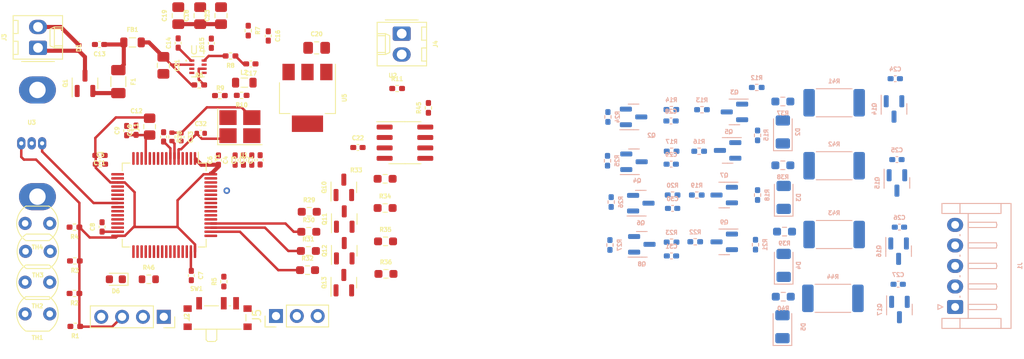
<source format=kicad_pcb>
(kicad_pcb (version 20221018) (generator pcbnew)
  (layers (0 "F.Cu" signal) (31 "B.Cu" power) (34 "B.Paste" user) (35 "F.Paste" user) (36 "B.SilkS" user "B.Silkscreen") (37 "F.SilkS" user "F.Silkscreen") (38 "B.Mask" user) (39 "F.Mask" user) (44 "Edge.Cuts" user))
  (net 0 "")
  (net 1 "+3.3V")
  (net 2 "GND")
  (net 3 "Net-(U1-VCAP_2)")
  (net 4 "Net-(U1-VCAP_1)")
  (net 5 "+3.3VA")
  (net 6 "Net-(U1-NRST)")
  (net 7 "Net-(C13-Pad1)")
  (net 8 "Net-(U4-PG)")
  (net 9 "Net-(U4-SS)")
  (net 10 "Net-(U4-SW)")
  (net 11 "Net-(C16-Pad2)")
  (net 12 "+5V")
  (net 13 "Net-(C17-Pad2)")
  (net 14 "VIN")
  (net 15 "CELL4")
  (net 16 "CELL3")
  (net 17 "CELL2")
  (net 18 "CELL1")
  (net 19 "CELL4_M")
  (net 20 "CELL3_M")
  (net 21 "CELL2_M")
  (net 22 "CELL1_M")
  (net 23 "HSE_IN")
  (net 24 "Net-(C33-Pad1)")
  (net 25 "+12V")
  (net 26 "Net-(D2-A)")
  (net 27 "Net-(D3-A)")
  (net 28 "Net-(D4-A)")
  (net 29 "Net-(D5-A)")
  (net 30 "Net-(D6-K)")
  (net 31 "LED_STATUS")
  (net 32 "Net-(Q1-S)")
  (net 33 "SWDCLK")
  (net 34 "SWDIO")
  (net 35 "CELL4_M_TRIG")
  (net 36 "Net-(Q2-C)")
  (net 37 "Net-(Q3-D)")
  (net 38 "CELL3_M_TRIG")
  (net 39 "Net-(Q4-C)")
  (net 40 "Net-(Q5-D)")
  (net 41 "CELL2_M_TRIG")
  (net 42 "Net-(Q6-C)")
  (net 43 "Net-(Q7-D)")
  (net 44 "CELL1_M_TRIG")
  (net 45 "Net-(Q8-C)")
  (net 46 "Net-(Q9-D)")
  (net 47 "Net-(Q10-B)")
  (net 48 "Net-(Q10-C)")
  (net 49 "Net-(Q11-B)")
  (net 50 "Net-(Q11-C)")
  (net 51 "Net-(Q12-B)")
  (net 52 "Net-(Q12-C)")
  (net 53 "Net-(Q13-B)")
  (net 54 "Net-(Q13-C)")
  (net 55 "Net-(Q14-B)")
  (net 56 "Net-(Q14-C)")
  (net 57 "Net-(Q15-B)")
  (net 58 "Net-(Q15-C)")
  (net 59 "Net-(Q16-B)")
  (net 60 "Net-(Q16-C)")
  (net 61 "Net-(Q17-B)")
  (net 62 "Net-(Q17-C)")
  (net 63 "Temp1")
  (net 64 "Temp2")
  (net 65 "Temp3")
  (net 66 "Temp4")
  (net 67 "Net-(SW1-B)")
  (net 68 "Net-(U1-BOOT0)")
  (net 69 "Net-(U4-EN)")
  (net 70 "Net-(U4-BST)")
  (net 71 "Net-(U4-FB)")
  (net 72 "CAN1+")
  (net 73 "CAN1-")
  (net 74 "HSE_OUT")
  (net 75 "CL4_DCH")
  (net 76 "CL3_DCH")
  (net 77 "CL2_DCH")
  (net 78 "CL1_DCH")
  (net 79 "CAN_STBY")
  (net 87 "Current")
  (net 100 "UART_RX")
  (net 101 "UART_TX")
  (net 102 "SWO")
  (net 106 "CAN1_RX")
  (net 107 "CAN1_TX")
  (footprint "Package_QFP:LQFP-64_10x10mm_P0.5mm" (layer "F.Cu") (at 92.0496 66.8528 -90)
    (fp_text reference "U1")
    (fp_text value "STM32F405RGTx" hide)
  )
  (footprint "Button_Switch_SMD:SW_SPDT_PCM12" (layer "F.Cu") (at 98.552 80.2462)
    (fp_text reference "SW1")
    (fp_text value "SW_BOOT0" hide)
  )
  (footprint "Capacitor_SMD:C_0402_1005Metric_Pad0.74x0.62mm_HandSolder" (layer "F.Cu") (at 97.79 47.1424 90)
    (fp_text reference "C15")
    (fp_text value "6.8nF" hide)
  )
  (footprint "Resistor_SMD:R_0402_1005Metric_Pad0.72x0.64mm_HandSolder" (layer "F.Cu") (at 96.3168 52.2224)
    (fp_text reference "R6")
    (fp_text value "604kΩ" hide)
  )
  (footprint "Package_TO_SOT_SMD:SOT-23" (layer "F.Cu") (at 82.3976 52.0192 90)
    (fp_text reference "Q1")
    (fp_text value "AO3401A" hide)
  )
  (footprint "Resistor_SMD:R_0402_1005Metric_Pad0.72x0.64mm_HandSolder" (layer "F.Cu") (at 81.1155 69.5452 180)
    (fp_text reference "R4")
    (fp_text value "10k" hide)
  )
  (footprint "Capacitor_SMD:C_0402_1005Metric_Pad0.74x0.62mm_HandSolder" (layer "F.Cu") (at 88.6206 57.7342 90)
    (fp_text reference "C10")
    (fp_text value "1u" hide)
  )
  (footprint "Capacitor_SMD:C_0402_1005Metric_Pad0.74x0.62mm_HandSolder" (layer "F.Cu") (at 98.6536 61.3751 90)
    (fp_text reference "C6")
    (fp_text value "10u" hide)
  )
  (footprint "Package_TO_SOT_SMD:SOT-23" (layer "F.Cu") (at 113.9292 76.3062 90)
    (fp_text reference "Q13")
    (fp_text value "MMBT3904" hide)
  )
  (footprint "Diode_SMD:D_0603_1608Metric" (layer "F.Cu") (at 86.1568 75.8952 180)
    (fp_text reference "D6")
    (fp_text value "LED" hide)
  )
  (footprint "Resistor_SMD:R_0603_1608Metric_Pad0.98x0.95mm_HandSolder" (layer "F.Cu") (at 109.6112 72.4454)
    (fp_text reference "R31")
    (fp_text value "R" hide)
  )
  (footprint "Resistor_SMD:R_0402_1005Metric_Pad0.72x0.64mm_HandSolder" (layer "F.Cu") (at 120.4214 52.6542)
    (fp_text reference "R11")
    (fp_text value "120" hide)
  )
  (footprint "Capacitor_SMD:C_0402_1005Metric_Pad0.74x0.62mm_HandSolder" (layer "F.Cu") (at 84.2772 61.8744)
    (fp_text reference "C5")
    (fp_text value "100n" hide)
  )
  (footprint "Capacitor_SMD:C_0805_2012Metric_Pad1.18x1.45mm_HandSolder" (layer "F.Cu") (at 110.617 47.7016)
    (fp_text reference "C20")
    (fp_text value "22uF" hide)
  )
  (footprint "Fuse:Fuse_1206_3216Metric" (layer "F.Cu") (at 86.4616 51.816 -90)
    (fp_text reference "F1")
    (fp_text value "500mA" hide)
  )
  (footprint "Resistor_SMD:R_0603_1608Metric_Pad0.98x0.95mm_HandSolder" (layer "F.Cu") (at 119.06 75.2394)
    (fp_text reference "R36")
    (fp_text value "R" hide)
  )
  (footprint "Capacitor_SMD:C_0402_1005Metric" (layer "F.Cu") (at 96.4946 58.1152)
    (fp_text reference "C32")
    (fp_text value "12p" hide)
  )
  (footprint "Resistor_SMD:R_0402_1005Metric_Pad0.72x0.64mm_HandSolder" (layer "F.Cu") (at 101.4851 53.4924 180)
    (fp_text reference "R10")
    (fp_text value "40.2Ω" hide)
  )
  (footprint "Inductor_SMD:L_0805_2012Metric" (layer "F.Cu") (at 88.1888 47.0408)
    (fp_text reference "FB1")
    (fp_text value "Ferrite" hide)
  )
  (footprint "Capacitor_SMD:C_0402_1005Metric" (layer "F.Cu") (at 94.107 58.5724 -90)
    (fp_text reference "C33")
    (fp_text value "12p" hide)
  )
  (footprint "Resistor_SMD:R_0603_1608Metric_Pad0.98x0.95mm_HandSolder" (layer "F.Cu") (at 118.9584 63.657)
    (fp_text reference "R33")
    (fp_text value "R" hide)
  )
  (footprint "Resistor_SMD:R_0603_1608Metric_Pad0.98x0.95mm_HandSolder" (layer "F.Cu") (at 109.7128 67.6702)
    (fp_text reference "R29")
    (fp_text value "R" hide)
  )
  (footprint "Resistor_SMD:R_0402_1005Metric_Pad0.72x0.64mm_HandSolder" (layer "F.Cu") (at 81.1663 73.66 180)
    (fp_text reference "R3")
    (fp_text value "10k" hide)
  )
  (footprint "Resistor_SMD:R_0402_1005Metric" (layer "F.Cu") (at 92.9894 58.5476 -90)
    (fp_text reference "R28")
    (fp_text value "47" hide)
  )
  (footprint "footprints:Kryształ_16MHz_BMS" (layer "F.Cu") (at 101.2686 57.3024)
    (fp_text reference "Y1")
    (fp_text value "Crystal_16MHz" hide)
  )
  (footprint "Capacitor_SMD:C_0402_1005Metric_Pad0.74x0.62mm_HandSolder" (layer "F.Cu") (at 101.7016 61.3751 90)
    (fp_text reference "C3")
    (fp_text value "100n" hide)
  )
  (footprint "Package_TO_SOT_SMD:SOT-23" (layer "F.Cu") (at 113.98 68.5569 90)
    (fp_text reference "Q11")
    (fp_text value "MMBT3904" hide)
  )
  (footprint "Resistor_SMD:R_0402_1005Metric_Pad0.72x0.64mm_HandSolder" (layer "F.Cu") (at 102.2858 45.6051 -90)
    (fp_text reference "R7")
    (fp_text value "20Ω" hide)
  )
  (footprint "Inductor_SMD:L_0805_2012Metric" (layer "F.Cu") (at 101.8032 51.943)
    (fp_text reference "L2")
    (fp_text value "3.3uH" hide)
  )
  (footprint "Capacitor_SMD:C_0402_1005Metric_Pad0.74x0.62mm_HandSolder" (layer "F.Cu") (at 87.4776 57.785 90)
    (fp_text reference "C9")
    (fp_text value "10n" hide)
  )
  (footprint "Connector_PinSocket_2.54mm:PinSocket_1x04_P2.54mm_Vertical" (layer "F.Cu") (at 91.9988 80.4672 -90)
    (fp_text reference "J2")
    (fp_text value "Conn_01x04_Socket" hide)
  )
  (footprint "footprints:MP2332HGTL-P" (layer "F.Cu") (at 96.1614 50.00305)
    (fp_text reference "U4")
    (fp_text value "MP2332H" hide)
  )
  (footprint "Capacitor_SMD:C_0805_2012Metric_Pad1.18x1.45mm_HandSolder" (layer "F.Cu") (at 98.9681 43.78005 90)
    (fp_text reference "C23")
    (fp_text value "22uF" hide)
  )
  (footprint "Capacitor_SMD:C_0402_1005Metric_Pad0.74x0.62mm_HandSolder" (layer "F.Cu") (at 84.1756 47.2948 180)
    (fp_text reference "C13")
    (fp_text value "10u" hide)
  )
  (footprint "Resistor_SMD:R_0603_1608Metric_Pad0.98x0.95mm_HandSolder" (layer "F.Cu") (at 118.9584 67.213)
    (fp_text reference "R34")
    (fp_text value "R" hide)
  )
  (footprint "Connector_Molex:Molex_KK-254_AE-6410-02A_1x02_P2.54mm_Vertical" (layer "F.Cu") (at 76.6772 47.7012 90)
    (fp_text reference "J3")
    (fp_text value "Conn_01x02_Pin" hide)
  )
  (footprint "OptoDevice:R_LDR_5.0x4.1mm_P3mm_Vertical" (layer "F.Cu") (at 78.1572 72.4916 180)
    (fp_text reference "TH3")
    (fp_text value "NTC_10k" hide)
  )
  (footprint "Capacitor_SMD:C_0402_1005Metric_Pad0.74x0.62mm_HandSolder" (layer "F.Cu") (at 93.7484 47.117 90)
    (fp_text reference "C14")
    (fp_text value "1nF" hide)
  )
  (footprint "Package_TO_SOT_SMD:SOT-23" (layer "F.Cu") (at 113.9292 64.6961 90)
    (fp_text reference "Q10")
    (fp_text value "MMBT3904" hide)
  )
  (footprint "Resistor_SMD:R_0402_1005Metric_Pad0.72x0.64mm_HandSolder" (layer "F.Cu") (at 124.2314 55.0164 90)
    (fp_text reference "R45")
    (fp_text value "0" hide)
  )
  (footprint "OptoDevice:R_LDR_5.0x4.1mm_P3mm_Vertical" (layer "F.Cu") (at 78.1064 76.2508 180)
    (fp_text reference "TH2")
    (fp_text value "NTC_10k" hide)
  )
  (footprint "Capacitor_SMD:C_0805_2012Metric_Pad1.18x1.45mm_HandSolder" (layer "F.Cu") (at 91.948 49.8348 -90)
    (fp_text reference "C21")
    (fp_text value "22uF" hide)
  )
  (footprint "Resistor_SMD:R_0603_1608Metric_Pad0.98x0.95mm_HandSolder" (layer "F.Cu") (at 109.662 70.1086)
    (fp_text reference "R30")
    (fp_text value "R" hide)
  )
  (footprint "Capacitor_SMD:C_0805_2012Metric_Pad1.18x1.45mm_HandSolder" (layer "F.Cu") (at 96.4281 43.78005 90)
    (fp_text reference "C18")
    (fp_text value "22uF" hide)
  )
  (footprint "Resistor_SMD:R_0402_1005Metric_Pad0.72x0.64mm_HandSolder" (layer "F.Cu") (at 81.1155 77.6224 180)
    (fp_text reference "R2")
    (fp_text value "10k" hide)
  )
  (footprint "Resistor_SMD:R_0402_1005Metric_Pad0.72x0.64mm_HandSolder" (layer "F.Cu") (at 99.314 76.1746 90)
    (fp_text reference "R5")
    (fp_text value "10k" hide)
  )
  (footprint "Package_TO_SOT_SMD:SOT-223-3_TabPin2" (layer "F.Cu") (at 109.4994 53.7976 -90)
    (fp_text reference "U5")
    (fp_text value "AMS1117-3.3" hide)
  )
  (footprint "Resistor_SMD:R_0402_1005Metric_Pad0.72x0.64mm_HandSolder" (layer "F.Cu") (at 100.1268 48.6918 180)
    (fp_text reference "R8")
    (fp_text value "10kΩ" hide)
  )
  (footprint "Connector_PinHeader_2.54mm:PinHeader_1x03_P2.54mm_Vertical" (layer "F.Cu") (at 105.6657 80.3702 90)
    (fp_text reference "J5")
    (fp_text value "Conn_01x03_Pin")
  )
  (footprint "Package_SO:SOIC-8_3.9x4.9mm_P1.27mm" (layer "F.Cu") (at 121.3754 59.2582)
    (fp_text reference "U2")
    (fp_text value "MCP2561-E-SN" hide)
  )
  (footprint "Resistor_SMD:R_0603_1608Metric" (layer "F.Cu") (at 90.17 75.8952)
    (fp_text reference "R46")
    (fp_text value "1k15" hide)
  )
  (footprint "Resistor_SMD:R_0603_1608Metric_Pad0.98x0.95mm_HandSolder" (layer "F.Cu") (at 119.0092 71.277)
    (fp_text reference "R35")
    (fp_text value "R" hide)
  )
  (footprint "Capacitor_SMD:C_0402_1005Metric_Pad0.74x0.62mm_HandSolder" (layer "F.Cu") (at 115.6462 59.8424)
    (fp_text reference "C22")
    (fp_text value "100n" hide)
  )
  (footprint "Capacitor_SMD:C_0402_1005Metric_Pad0.74x0.62mm_HandSolder" (layer "F.Cu") (at 84.2264 60.8076)
    (fp_text reference "C11")
    (fp_text value "1u" hide)
  )
  (footprint "Capacitor_SMD:C_0402_1005Metric_Pad0.74x0.62mm_HandSolder" (layer "F.Cu") (at 103.7336 61.3485 90)
    (fp_text reference "C1")
    (fp_text value "100n" hide)
  )
  (footprint "Capacitor_SMD:C_0402_1005Metric_Pad0.74x0.62mm_HandSolder" (layer "F.Cu") (at 102.5993 49.657 180)
    (fp_text reference "C17")
    (fp_text value "10pF" hide)
  )
  (footprint "Package_TO_SOT_SMD:SOT-23" (layer "F.Cu") (at 113.98 72.4177 90)
    (fp_text reference "Q12")
    (fp_text value "MMBT3904" hide)
  )
  (footprint "footprints:WCS1500" (layer "F.Cu") (at 75.9064 59.332)
    (fp_text reference "U3")
    (fp_text value "~" hide)
  )
  (footprint "Inductor_SMD:L_0805_2012Metric_Pad1.15x1.40mm_HandSolder" (layer "F.Cu") (at 90.2716 57.3024 90)
    (fp_text reference "L1")
    (fp_text value "39n" hide)
  )
  (footprint "Capacitor_SMD:C_0402_1005Metric_Pad0.74x0.62mm_HandSolder" (layer "F.Cu") (at 104.7242 46.2534 -90)
    (fp_text reference "C16")
    (fp_text value "1uF" hide)
  )
  (footprint "Capacitor_SMD:C_0402_1005Metric_Pad0.74x0.62mm_HandSolder" (layer "F.Cu") (at 95.3516 75.438 -90)
    (fp_text reference "C7")
    (fp_text value "2.2u" hide)
  )
  (footprint "Resistor_SMD:R_0402_1005Metric_Pad0.72x0.64mm_HandSolder" (layer "F.Cu") (at 98.8314 53.5178 180)
    (fp_text reference "R9")
    (fp_text value "7.68kΩ" hide)
  )
  (footprint "Connector_Molex:Molex_KK-254_AE-6410-02A_1x02_P2.54mm_Vertical" (layer "F.Cu") (at 120.9802 45.974 -90)
    (fp_text reference "J4")
    (fp_text value "Conn_01x02_Pin" hide)
  )
  (footprint "Capacitor_SMD:C_0805_2012Metric_Pad1.18x1.45mm_HandSolder" (layer "F.Cu") (at 93.7611 43.78005 90)
    (fp_text reference "C19")
    (fp_text value "22uF" hide)
  )
  (footprint "Capacitor_SMD:C_0402_1005Metric_Pad0.74x0.62mm_HandSolder" (layer "F.Cu") (at 91.9734 58.5496 90)
    (fp_text reference "C12")
    (fp_text value "100n" hide)
  )
  (footprint "OptoDevice:R_LDR_5.0x4.1mm_P3mm_Vertical" (layer "F.Cu") (at 78.1064 80.1116 180)
    (fp_text reference "TH1")
    (fp_text value "NTC_10k" hide)
  )
  (footprint "OptoDevice:R_LDR_5.0x4.1mm_P3mm_Vertical" (layer "F.Cu") (at 78.1064 69.088 180)
    (fp_text reference "TH4")
    (fp_text value "NTC_10k" hide)
  )
  (footprint "Capacitor_SMD:C_0402_1005Metric_Pad0.74x0.62mm_HandSolder" (layer "F.Cu") (at 102.7176 61.3751 90)
    (fp_text reference "C2")
    (fp_text value "100n" hide)
  )
  (footprint "footprints:PESD5V0S1BL315" (layer "F.Cu") (at 81.6356 47.7068 -90)
    (fp_text reference "D1")
    (fp_text value "PESD18VF1BLYL" hide)
  )
  (footprint "Resistor_SMD:R_0603_1608Metric_Pad0.98x0.95mm_HandSolder" (layer "F.Cu") (at 109.5096 74.7822)
    (fp_text reference "R32")
    (fp_text value "R" hide)
  )
  (footprint "Capacitor_SMD:C_0402_1005Metric_Pad0.74x0.62mm_HandSolder" (layer "F.Cu") (at 84.4804 69.5198 90)
    (fp_text reference "C8")
    (fp_text value "2.2u" hide)
  )
  (footprint "Resistor_SMD:R_0402_1005Metric_Pad0.72x0.64mm_HandSolder" (layer "F.Cu") (at 81.2171 81.6356 180)
    (fp_text reference "R1")
    (fp_text value "10k" hide)
  )
  (footprint "Capacitor_SMD:C_0402_1005Metric_Pad0.74x0.62mm_HandSolder" (layer "F.Cu") (at 100.6856 61.3751 90)
    (fp_text reference "C4")
    (fp_text value "100n" hide)
  )
  (footprint "Resistor_SMD:R_0402_1005Metric_Pad0.72x0.64mm_HandSolder" (layer "B.Cu") (at 157.2139 60.2996 180)
    (fp_text reference "R16")
    (fp_text value "R" hide)
  )
  (footprint "Package_TO_SOT_SMD:SOT-23" (layer "B.Cu") (at 181.3052 64.1604 -90)
    (fp_text reference "Q15")
    (fp_text value "Q_PNP_BEC" hide)
  )
  (footprint "Resistor_SMD:R_2512_6332Metric_Pad1.40x3.35mm_HandSolder" (layer "B.Cu") (at 173.6575 54.3916 180)
    (fp_text reference "R41")
    (fp_text value "R" hide)
  )
  (footprint "Resistor_SMD:R_0402_1005Metric_Pad0.72x0.64mm_HandSolder" (layer "B.Cu") (at 164.2277 52.5272 180)
    (fp_text reference "R12")
    (fp_text value "R" hide)
  )
  (footprint "Resistor_SMD:R_0402_1005Metric_Pad0.72x0.64mm_HandSolder" (layer "B.Cu") (at 146.4985 66.4851 90)
    (fp_text reference "R26")
    (fp_text value "10k" hide)
  )
  (footprint "Package_TO_SOT_SMD:SOT-23" (layer "B.Cu") (at 149.2227 56.1188)
    (fp_text reference "Q2")
    (fp_text value "MMBT3904" hide)
  )
  (footprint "Package_TO_SOT_SMD:SOT-23" (layer "B.Cu") (at 161.5122 55.5092 180)
    (fp_text reference "Q3")
    (fp_text value "DMG2301L" hide)
  )
  (footprint "Package_TO_SOT_SMD:SOT-23" (layer "B.Cu") (at 149.2735 61.581)
    (fp_text reference "Q4")
    (fp_text value "MMBT3904" hide)
  )
  (footprint "Resistor_SMD:R_0402_1005Metric_Pad0.72x0.64mm_HandSolder" (layer "B.Cu") (at 146.3461 71.7175 90)
    (fp_text reference "R27")
    (fp_text value "10k" hide)
  )
  (footprint "Package_TO_SOT_SMD:SOT-23" (layer "B.Cu") (at 181.61 79.5805 -90)
    (fp_text reference "Q17")
    (fp_text value "Q_PNP_BEC" hide)
  )
  (footprint "Resistor_SMD:R_0603_1608Metric_Pad0.98x0.95mm_HandSolder" (layer "B.Cu") (at 167.6123 70.0888)
    (fp_text reference "R39")
    (fp_text value "R" hide)
  )
  (footprint "Connector_JST:JST_EH_S5B-EH_1x05_P2.50mm_Horizontal" (layer "B.Cu") (at 188.3963 79.2696 90)
    (fp_text reference "J1")
    (fp_text value "Conn_01x05" hide)
  )
  (footprint "Capacitor_SMD:C_0402_1005Metric_Pad0.74x0.62mm_HandSolder" (layer "B.Cu") (at 181.102 51.4604 180)
    (fp_text reference "C24")
    (fp_text value "100nF" hide)
  )
  (footprint "Resistor_SMD:R_0402_1005Metric_Pad0.72x0.64mm_HandSolder" (layer "B.Cu") (at 153.8611 60.2996 180)
    (fp_text reference "R17")
    (fp_text value "R" hide)
  )
  (footprint "Resistor_SMD:R_2512_6332Metric_Pad1.40x3.35mm_HandSolder" (layer "B.Cu") (at 173.6575 70.4444 180)
    (fp_text reference "R43")
    (fp_text value "R" hide)
  )
  (footprint "LED_SMD:LED_1206_3216Metric" (layer "B.Cu") (at 167.3583 81.6712 90)
    (fp_text reference "D5")
    (fp_text value "LED" hide)
  )
  (footprint "Capacitor_SMD:C_0402_1005Metric_Pad0.74x0.62mm_HandSolder" (layer "B.Cu") (at 181.3052 61.3156 180)
    (fp_text reference "C25")
    (fp_text value "100nF" hide)
  )
  (footprint "Resistor_SMD:R_0402_1005Metric_Pad0.72x0.64mm_HandSolder" (layer "B.Cu") (at 153.8524 71.374 180)
    (fp_text reference "R23")
    (fp_text value "R" hide)
  )
  (footprint "Capacitor_SMD:C_0402_1005Metric_Pad0.74x0.62mm_HandSolder" (layer "B.Cu") (at 153.9782 67.2592 180)
    (fp_text reference "C30")
    (fp_text value "100nF" hide)
  )
  (footprint "Resistor_SMD:R_0603_1608Metric_Pad0.98x0.95mm_HandSolder" (layer "B.Cu") (at 167.4091 54.2392)
    (fp_text reference "R37")
    (fp_text value "TC" hide)
  )
  (footprint "Package_TO_SOT_SMD:SOT-23" (layer "B.Cu") (at 160.6804 60.198 180)
    (fp_text reference "Q5")
    (fp_text value "DMG2301L" hide)
  )
  (footprint "Resistor_SMD:R_0402_1005Metric_Pad0.72x0.64mm_HandSolder" (layer "B.Cu") (at 157.557254 55.238831 180)
    (fp_text reference "R13")
    (fp_text value "R" hide)
  )
  (footprint "LED_SMD:LED_1206_3216Metric" (layer "B.Cu") (at 167.4091 57.9476 90)
    (fp_text reference "D2")
    (fp_text value "LED" hide)
  )
  (footprint "Package_TO_SOT_SMD:SOT-23" (layer "B.Cu") (at 150.1053 66.6254)
    (fp_text reference "Q6")
    (fp_text value "MMBT3904" hide)
  )
  (footprint "Resistor_SMD:R_2512_6332Metric_Pad1.40x3.35mm_HandSolder" (layer "B.Cu") (at 173.6575 62.0624 180)
    (fp_text reference "R42")
    (fp_text value "R" hide)
  )
  (footprint "Resistor_SMD:R_2512_6332Metric_Pad1.40x3.35mm_HandSolder" (layer "B.Cu") (at 173.5051 78.2168 180)
    (fp_text reference "R44")
    (fp_text value "R" hide)
  )
  (footprint "Package_TO_SOT_SMD:SOT-23" (layer "B.Cu") (at 150.23 71.6394)
    (fp_text reference "Q8")
    (fp_text value "MMBT3904" hide)
  )
  (footprint "Package_TO_SOT_SMD:SOT-23" (layer "B.Cu") (at 181.5084 72.4685 -90)
    (fp_text reference "Q16")
    (fp_text value "Q_PNP_BEC" hide)
  )
  (footprint "Resistor_SMD:R_0603_1608Metric_Pad0.98x0.95mm_HandSolder" (layer "B.Cu") (at 167.4091 62.0116)
    (fp_text reference "R38")
    (fp_text value "R" hide)
  )
  (footprint "Resistor_SMD:R_0402_1005Metric_Pad0.72x0.64mm_HandSolder" (layer "B.Cu") (at 146.05 61.4559 90)
    (fp_text reference "R25")
    (fp_text value "10k" hide)
  )
  (footprint "Package_TO_SOT_SMD:SOT-23" (layer "B.Cu") (at 160.2688 71.3384 180)
    (fp_text reference "Q9")
    (fp_text value "DMG2301L" hide)
  )
  (footprint "Resistor_SMD:R_0402_1005Metric_Pad0.72x0.64mm_HandSolder" (layer "B.Cu") (at 153.9782 65.6336 180)
    (fp_text reference "R20")
    (fp_text value "R" hide)
  )
  (footprint "Capacitor_SMD:C_0402_1005Metric_Pad0.74x0.62mm_HandSolder" (layer "B.Cu") (at 181.4576 76.5048 180)
    (fp_text reference "C27")
    (fp_text value "100nF" hide)
  )
  (footprint "Capacitor_SMD:C_0402_1005Metric_Pad0.74x0.62mm_HandSolder" (layer "B.Cu") (at 153.785954 56.610431 180)
    (fp_text reference "C28")
    (fp_text value "100nF" hide)
  )
  (footprint "Resistor_SMD:R_0402_1005Metric_Pad0.72x0.64mm_HandSolder" (layer "B.Cu") (at 146.1008 56.1219 90)
    (fp_text reference "R24")
    (fp_text value "10k" hide)
  )
  (footprint "Resistor_SMD:R_0402_1005Metric_Pad0.72x0.64mm_HandSolder" (layer "B.Cu") (at 164.0753 71.6788 90)
    (fp_text reference "R21")
    (fp_text value "R" hide)
  )
  (footprint "LED_SMD:LED_1206_3216Metric" (layer "B.Cu") (at 167.5107 74.2036 90)
    (fp_text reference "D4")
    (fp_text value "LED" hide)
  )
  (footprint "Resistor_SMD:R_0402_1005Metric_Pad0.72x0.64mm_HandSolder" (layer "B.Cu") (at 156.7359 71.3232 180)
    (fp_text reference "R22")
    (fp_text value "R" hide)
  )
  (footprint "Resistor_SMD:R_0402_1005Metric_Pad0.72x0.64mm_HandSolder" (layer "B.Cu") (at 164.3293 65.6336 90)
    (fp_text reference "R18")
    (fp_text value "R" hide)
  )
  (footprint "LED_SMD:LED_1206_3216Metric" (layer "B.Cu") (at 167.5107 65.9232 90)
    (fp_text reference "D3")
    (fp_text value "LED" hide)
  )
  (footprint "Resistor_SMD:R_0402_1005Metric_Pad0.72x0.64mm_HandSolder" (layer "B.Cu") (at 156.9246 65.6336 180)
    (fp_text reference "R19")
    (fp_text value "R" hide)
  )
  (footprint "Package_TO_SOT_SMD:SOT-23" (layer "B.Cu") (at 160.2653 65.6336 180)
    (fp_text reference "Q7")
    (fp_text value "DMG2301L" hide)
  )
  (footprint "Capacitor_SMD:C_0402_1005Metric_Pad0.74x0.62mm_HandSolder" (layer "B.Cu") (at 153.8403 73.0504 180)
    (fp_text reference "C31")
    (fp_text value "100nF" hide)
  )
  (footprint "Capacitor_SMD:C_0402_1005Metric_Pad0.74x0.62mm_HandSolder" (layer "B.Cu") (at 153.8103 61.8744 180)
    (fp_text reference "C29")
    (fp_text value "100nF" hide)
  )
  (footprint "Resistor_SMD:R_0603_1608Metric_Pad0.98x0.95mm_HandSolder" (layer "B.Cu") (at 167.4599 78.0136)
    (fp_text reference "R40")
    (fp_text value "R" hide)
  )
  (footprint "Resistor_SMD:R_0402_1005Metric_Pad0.72x0.64mm_HandSolder" (layer "B.Cu") (at 153.8258 55.2196 180)
    (fp_text reference "R14")
    (fp_text value "R" hide)
  )
  (footprint "Resistor_SMD:R_0402_1005Metric_Pad0.72x0.64mm_HandSolder" (layer "B.Cu") (at 164.3293 58.3692 90)
    (fp_text reference "R15")
    (fp_text value "R" hide)
  )
  (footprint "Capacitor_SMD:C_0402_1005Metric_Pad0.74x0.62mm_HandSolder" (layer "B.Cu") (at 181.61 69.5452 180)
    (fp_text reference "C26")
    (fp_text value "100nF" hide)
  )
  (footprint "Package_TO_SOT_SMD:SOT-23" (layer "B.Cu") (at 180.9496 55.1457 -90)
    (fp_text reference "Q14")
    (fp_text value "Q_PNP_BEC" hide)
  )
  (segment (start 83.7097 60.8584) (end 83.6589 60.8076) (width 0.3) (layer "F.Cu") (net 1))
  (segment (start 109.4994 47.7817) (end 109.5795 47.7016) (width 0.5) (layer "F.Cu") (net 1))
  (segment (start 74.6364 60.9966) (end 74.6364 59.332) (width 0.3) (layer "F.Cu") (net 1))
  (segment (start 88.4428 65.294959) (end 87.250641 64.1028) (width 0.3) (layer "F.Cu") (net 1))
  (segment (start 93.676562 66.274797) (end 96.848559 63.1028) (width 0.3) (layer "F.Cu") (net 1))
  (segment (start 96.5644 61.9426) (end 98.6536 61.9426) (width 0.5) (layer "F.Cu") (net 1))
  (segment (start 82.9726 70.8048) (end 86.1726 70.8048) (width 0.3) (layer "F.Cu") (net 1))
  (segment (start 98.6536 62.1738) (end 97.8246 63.0028) (width 0.5) (layer "F.Cu") (net 1))
  (segment (start 81.713 69.5452) (end 82.9726 70.8048) (width 0.3) (layer "F.Cu") (net 1))
  (segment (start 88.4428 69.410641) (end 88.4428 65.294959) (width 0.3) (layer "F.Cu") (net 1))
  (segment (start 85.7188 81.6672) (end 86.9188 80.4672) (width 0.3) (layer "F.Cu") (net 1))
  (segment (start 81.8146 81.6356) (end 81.713 81.534) (width 0.3) (layer "F.Cu") (net 1))
  (segment (start 81.8146 81.6356) (end 81.8462 81.6672) (width 0.3) (layer "F.Cu") (net 1))
  (segment (start 83.7097 61.8744) (end 83.7097 60.8584) (width 0.3) (layer "F.Cu") (net 1))
  (segment (start 86.3746 70.6028) (end 87.250641 70.6028) (width 0.3) (layer "F.Cu") (net 1))
  (segment (start 93.676562 69.528721) (end 93.676562 66.274797) (width 0.3) (layer "F.Cu") (net 1))
  (segment (start 83.7097 61.8744) (end 83.7097 62.313941) (width 0.3) (layer "F.Cu") (net 1))
  (segment (start 81.713 69.5452) (end 81.713 66.590682) (width 0.3) (layer "F.Cu") (net 1))
  (segment (start 98.6536 61.9426) (end 98.6536 62.1738) (width 0.5) (layer "F.Cu") (net 1))
  (segment (start 88.324721 69.528721) (end 88.4428 69.410641) (width 0.3) (layer "F.Cu") (net 1))
  (segment (start 83.7097 62.313941) (end 85.498559 64.1028) (width 0.3) (layer "F.Cu") (net 1))
  (segment (start 81.8462 81.6672) (end 85.7188 81.6672) (width 0.3) (layer "F.Cu") (net 1))
  (segment (start 81.713 73.7108) (end 81.713 77.6224) (width 0.3) (layer "F.Cu") (net 1))
  (segment (start 88.324721 69.528721) (end 93.676562 69.528721) (width 0.3) (layer "F.Cu") (net 1))
  (segment (start 87.250641 64.1028) (end 86.3746 64.1028) (width 0.3) (layer "F.Cu") (net 1))
  (segment (start 97.8246 63.0028) (end 97.7246 63.0028) (width 0.5) (layer "F.Cu") (net 1))
  (segment (start 95.8996 61.2778) (end 96.5644 61.9426) (width 0.5) (layer "F.Cu") (net 1))
  (segment (start 86.1568 56.1848) (end 90.179 56.1848) (width 0.3) (layer "F.Cu") (net 1))
  (segment (start 87.250641 70.6028) (end 88.324721 69.528721) (width 0.3) (layer "F.Cu") (net 1))
  (segment (start 81.713 69.5452) (end 81.713 73.6092) (width 0.3) (layer "F.Cu") (net 1))
  (segment (start 83.6589 60.8076) (end 83.6589 58.6827) (width 0.3) (layer "F.Cu") (net 1))
  (segment (start 81.7638 73.66) (end 81.713 73.7108) (width 0.3) (layer "F.Cu") (net 1))
  (segment (start 76.437918 61.3156) (end 74.9554 61.3156) (width 0.3) (layer "F.Cu") (net 1))
  (segment (start 81.713 73.6092) (end 81.7638 73.66) (width 0.3) (layer "F.Cu") (net 1))
  (segment (start 85.498559 64.1028) (end 86.3746 64.1028) (width 0.3) (layer "F.Cu") (net 1))
  (segment (start 83.6589 58.6827) (end 86.1568 56.1848) (width 0.3) (layer "F.Cu") (net 1))
  (segment (start 96.848559 63.1028) (end 97.7246 63.1028) (width 0.3) (layer "F.Cu") (net 1))
  (segment (start 95.7996 71.651759) (end 95.7996 72.5278) (width 0.3) (layer "F.Cu") (net 1))
  (segment (start 86.1726 70.8048) (end 86.3746 70.6028) (width 0.3) (layer "F.Cu") (net 1))
  (segment (start 81.713 81.534) (end 81.713 77.6224) (width 0.3) (layer "F.Cu") (net 1))
  (segment (start 81.713 66.590682) (end 76.437918 61.3156) (width 0.3) (layer "F.Cu") (net 1))
  (segment (start 90.179 56.1848) (end 90.2716 56.2774) (width 0.3) (layer "F.Cu") (net 1))
  (segment (start 74.9554 61.3156) (end 74.6364 60.9966) (width 0.3) (layer "F.Cu") (net 1))
  (segment (start 93.676562 69.528721) (end 95.7996 71.651759) (width 0.3) (layer "F.Cu") (net 1))
  (segment (start 81.6356 47.3456) (end 79.4512 45.1612) (width 0.5) (layer "F.Cu") (net 2))
  (segment (start 111.7994 47.8465) (end 111.6545 47.7016) (width 0.5) (layer "F.Cu") (net 2))
  (segment (start 81.6356 47.3568) (end 81.6356 47.3456) (width 0.5) (layer "F.Cu") (net 2))
  (segment (start 79.4512 45.1612) (end 76.6772 45.1612) (width 0.5) (layer "F.Cu") (net 2))
  (segment (start 95.3516 74.8705) (end 95.2996 74.8185) (width 0.3) (layer "F.Cu") (net 3))
  (segment (start 95.2996 74.8185) (end 95.2996 72.5278) (width 0.3) (layer "F.Cu") (net 3))
  (segment (start 84.4804 70.0873) (end 84.4959 70.1028) (width 0.3) (layer "F.Cu") (net 4))
  (segment (start 84.4959 70.1028) (end 86.3746 70.1028) (width 0.3) (layer "F.Cu") (net 4))
  (segment (start 89.7996 58.7994) (end 90.2716 58.3274) (width 0.3) (layer "F.Cu") (net 5))
  (segment (start 87.5027 58.3274) (end 87.4776 58.3525) (width 0.3) (layer "F.Cu") (net 5))
  (segment (start 88.519 58.2001) (end 88.6206 58.3017) (width 0.5) (layer "F.Cu") (net 5))
  (segment (start 90.2716 58.3274) (end 87.5027 58.3274) (width 0.3) (layer "F.Cu") (net 5))
  (segment (start 89.7996 61.1778) (end 89.7996 58.7994) (width 0.3) (layer "F.Cu") (net 5))
  (segment (start 91.9734 59.1171) (end 92.7996 59.9433) (width 0.3) (layer "F.Cu") (net 6))
  (segment (start 92.7996 59.9433) (end 92.7996 61.1778) (width 0.3) (layer "F.Cu") (net 6))
  (segment (start 84.7431 47.2948) (end 86.8723 47.2948) (width 0.5) (layer "F.Cu") (net 7))
  (segment (start 86.8723 47.2948) (end 87.1263 47.0408) (width 0.5) (layer "F.Cu") (net 7))
  (segment (start 87.1263 47.0408) (end 87.1263 49.7513) (width 0.5) (layer "F.Cu") (net 7))
  (segment (start 87.1263 49.7513) (end 86.4616 50.416) (width 0.5) (layer "F.Cu") (net 7))
  (segment (start 95.316949 49.253049) (end 93.7484 47.6845) (width 0.3) (layer "F.Cu") (net 8))
  (segment (start 95.4121 49.253049) (end 95.316949 49.253049) (width 0.3) (layer "F.Cu") (net 8))
  (segment (start 93.7611 44.81755) (end 98.9681 44.81755) (width 0.5) (layer "F.Cu") (net 12))
  (segment (start 98.9681 44.81755) (end 99.0904 44.93985) (width 0.5) (layer "F.Cu") (net 12))
  (segment (start 102.0318 49.657) (end 101.6895 49.657) (width 0.3) (layer "F.Cu") (net 13))
  (segment (start 101.6895 49.657) (end 100.7243 48.6918) (width 0.3) (layer "F.Cu") (net 13))
  (segment (start 92.90375 49.75305) (end 95.4121 49.75305) (width 0.3) (layer "F.Cu") (net 14))
  (segment (start 91.948 48.7973) (end 92.90375 49.75305) (width 0.3) (layer "F.Cu") (net 14))
  (segment (start 89.2513 47.0408) (end 90.1915 47.0408) (width 0.5) (layer "F.Cu") (net 14))
  (segment (start 95.7193 52.2224) (end 95.3731 52.2224) (width 0.3) (layer "F.Cu") (net 14))
  (segment (start 90.1915 47.0408) (end 91.948 48.7973) (width 0.5) (layer "F.Cu") (net 14))
  (segment (start 95.3731 52.2224) (end 92.90375 49.75305) (width 0.3) (layer "F.Cu") (net 14))
  (segment (start 93.7996 60.0964) (end 93.7996 61.1778) (width 0.3) (layer "F.Cu") (net 23))
  (segment (start 99.4458 58.7752) (end 99.8186 58.4024) (width 0.3) (layer "F.Cu") (net 23))
  (segment (start 93.8432 60.0528) (end 93.7996 60.0964) (width 0.3) (layer "F.Cu") (net 23))
  (segment (start 96.0146 58.1152) (end 96.0146 58.147765) (width 0.3) (layer "F.Cu") (net 23))
  (segment (start 96.631635 58.7752) (end 99.4458 58.7752) (width 0.3) (layer "F.Cu") (net 23))
  (segment (start 94.109565 60.0528) (end 93.8432 60.0528) (width 0.3) (layer "F.Cu") (net 23))
  (segment (start 96.0146 58.147765) (end 94.109565 60.0528) (width 0.3) (layer "F.Cu") (net 23))
  (segment (start 96.0146 58.1152) (end 96.0146 58.158165) (width 0.3) (layer "F.Cu") (net 23))
  (segment (start 96.0146 58.158165) (end 96.631635 58.7752) (width 0.3) (layer "F.Cu") (net 23))
  (segment (start 97.247 54.9524) (end 101.4686 54.9524) (width 0.3) (layer "F.Cu") (net 24))
  (segment (start 94.0522 58.0376) (end 94.107 58.0924) (width 0.3) (layer "F.Cu") (net 24))
  (segment (start 101.4686 54.9524) (end 102.7186 56.2024) (width 0.3) (layer "F.Cu") (net 24))
  (segment (start 94.107 58.0924) (end 97.247 54.9524) (width 0.3) (layer "F.Cu") (net 24))
  (segment (start 92.9894 58.0376) (end 94.0522 58.0376) (width 0.3) (layer "F.Cu") (net 24))
  (segment (start 76.6772 47.7012) (end 77.0328 48.0568) (width 0.5) (layer "F.Cu") (net 25))
  (segment (start 82.3976 48.8188) (end 81.6356 48.0568) (width 0.5) (layer "F.Cu") (net 25))
  (segment (start 82.3976 51.0817) (end 82.3976 48.8188) (width 0.5) (layer "F.Cu") (net 25))
  (segment (start 77.0328 48.0568) (end 81.6356 48.0568) (width 0.5) (layer "F.Cu") (net 25))
  (segment (start 86.4616 53.216) (end 83.6069 53.216) (width 0.5) (layer "F.Cu") (net 32))
  (segment (start 83.6069 53.216) (end 83.3476 52.9567) (width 0.5) (layer "F.Cu") (net 32))
  (via (at 99.6696 65.1002) (size 0.8) (drill 0.4) (layers "F.Cu" "B.Cu") (net 68))
  (segment (start 96.2559 50.263351) (end 96.2559 51.564) (width 0.3) (layer "F.Cu") (net 69))
  (segment (start 96.9107 50.25305) (end 96.266201 50.25305) (width 0.3) (layer "F.Cu") (net 69))
  (segment (start 96.266201 50.25305) (end 96.2559 50.263351) (width 0.3) (layer "F.Cu") (net 69))
  (segment (start 96.2559 51.564) (end 96.9143 52.2224) (width 0.3) (layer "F.Cu") (net 69))
  (segment (start 99.5293 48.6918) (end 97.471949 48.6918) (width 0.3) (layer "F.Cu") (net 71))
  (segment (start 97.471949 48.6918) (end 96.9107 49.253049) (width 0.3) (layer "F.Cu") (net 71))
  (segment (start 92.9894 59.0576) (end 93.2996 59.3678) (width 0.3) (layer "F.Cu") (net 74))
  (segment (start 93.2996 59.3678) (end 93.2996 61.1778) (width 0.3) (layer "F.Cu") (net 74))
  (segment (start 107.8276 70.1086) (end 108.7495 70.1086) (width 0.3) (layer "F.Cu") (net 76))
  (segment (start 106.8218 69.1028) (end 107.8276 70.1086) (width 0.3) (layer "F.Cu") (net 76))
  (segment (start 97.7246 69.1028) (end 106.8218 69.1028) (width 0.3) (layer "F.Cu") (net 76))
  (segment (start 97.7246 69.6028) (end 104.3246 69.6028) (width 0.3) (layer "F.Cu") (net 77))
  (segment (start 104.3246 69.6028) (end 107.1672 72.4454) (width 0.3) (layer "F.Cu") (net 77))
  (segment (start 107.1672 72.4454) (end 108.6987 72.4454) (width 0.3) (layer "F.Cu") (net 77))
  (segment (start 97.7246 70.1028) (end 101.2686 70.1028) (width 0.3) (layer "F.Cu") (net 78))
  (segment (start 105.948 74.7822) (end 108.5971 74.7822) (width 0.3) (layer "F.Cu") (net 78))
  (segment (start 101.2686 70.1028) (end 105.948 74.7822) (width 0.3) (layer "F.Cu") (net 78))
  (segment (start 77.1764 60.3362) (end 83.443 66.6028) (width 0.3) (layer "F.Cu") (net 87))
  (segment (start 83.443 66.6028) (end 86.3746 66.6028) (width 0.3) (layer "F.Cu") (net 87))
  (segment (start 77.1764 59.332) (end 77.1764 60.3362) (width 0.3) (layer "F.Cu") (net 87))
)
</source>
